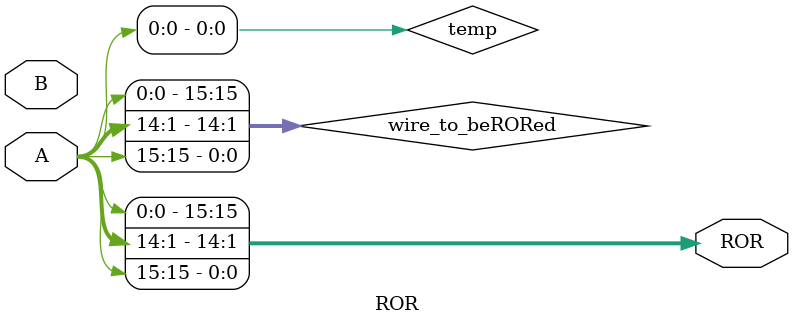
<source format=v>
`timescale 1ns / 1ps


module ROR(
    input[15:0] A,
    input[15:0] B,
    output reg[15:0]  ROR
    );
//Ja shtojm funksionalitetin masnej
reg [15:0] wire_to_beRORed;
reg temp ;
always @(A)
begin
wire_to_beRORed = A ;
temp = wire_to_beRORed[0];
wire_to_beRORed[0] = wire_to_beRORed[15];
wire_to_beRORed[15] = temp ;
ROR = wire_to_beRORed;
end
//wire[15:0] wire_to_beRORed;
//assign wire_to_beRORed = A;
//assign A[15]=A[0];
//wire temp; 
//assign temp = wire_to_beRORed[15];
//assign wire_to_beRORed[15] = wire_to_beRORed[0];
//assign wire_to_beRORed[0] = temp;

endmodule

</source>
